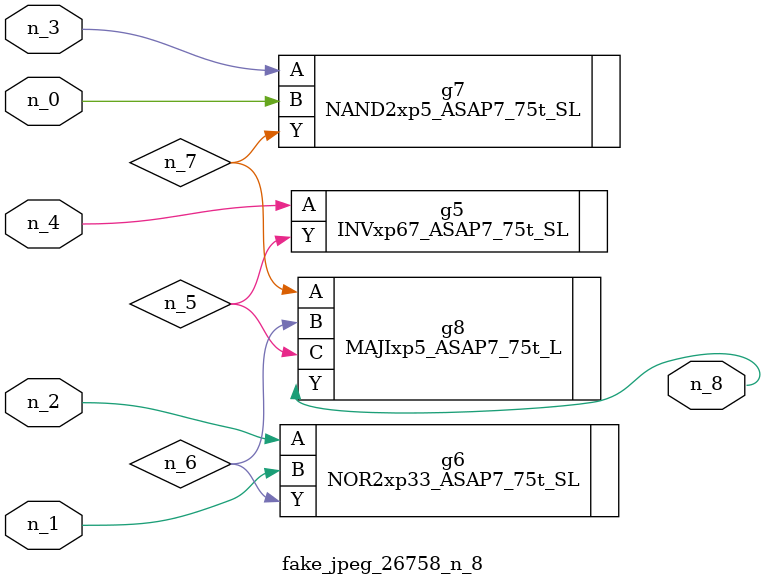
<source format=v>
module fake_jpeg_26758_n_8 (n_3, n_2, n_1, n_0, n_4, n_8);

input n_3;
input n_2;
input n_1;
input n_0;
input n_4;

output n_8;

wire n_6;
wire n_5;
wire n_7;

INVxp67_ASAP7_75t_SL g5 ( 
.A(n_4),
.Y(n_5)
);

NOR2xp33_ASAP7_75t_SL g6 ( 
.A(n_2),
.B(n_1),
.Y(n_6)
);

NAND2xp5_ASAP7_75t_SL g7 ( 
.A(n_3),
.B(n_0),
.Y(n_7)
);

MAJIxp5_ASAP7_75t_L g8 ( 
.A(n_7),
.B(n_6),
.C(n_5),
.Y(n_8)
);


endmodule
</source>
